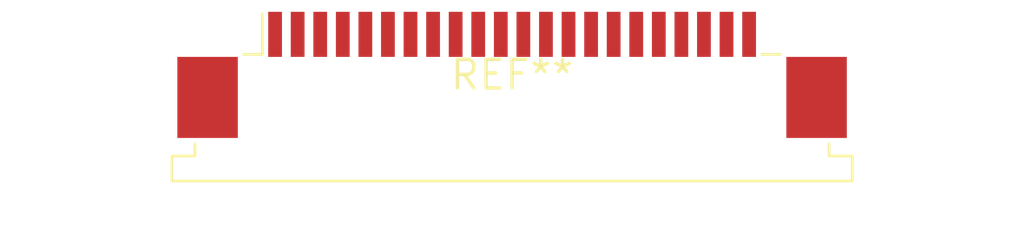
<source format=kicad_pcb>
(kicad_pcb (version 20240108) (generator pcbnew)
  (layers (0 "F.Cu" signal) (31 "B.Cu" signal) (34 "B.Paste" user) (35 "F.Paste" user) (36 "B.SilkS" user "B.Silkscreen") (37 "F.SilkS" user "F.Silkscreen") (38 "B.Mask" user) (39 "F.Mask" user) (44 "Edge.Cuts" user))
  (net 0 "")
  (footprint "TE_2-84952-2_1x22-1MP_P1.0mm_Horizontal" (layer "F.Cu") (at 0 0)
    (property "Reference" "REF**")
    (property "Value" "TE_2-84952-2_1x22-1MP_P1.0mm_Horizontal")
    (fp_line (start -15.07 3.6) (end -14.045 3.6) (layer "F.SilkS") (stroke (width 0.12)))
    (fp_line (start -15.07 4.71) (end -15.07 3.6) (layer "F.SilkS") (stroke (width 0.12)))
    (fp_line (start -14.045 3.6) (end -14.045 3.06) (layer "F.SilkS") (stroke (width 0.12)))
    (fp_line (start -11.89 -0.91) (end -11.065 -0.91) (layer "F.SilkS") (stroke (width 0.12)))
    (fp_line (start -11.065 -0.91) (end -11.065 -2.71) (layer "F.SilkS") (stroke (width 0.12)))
    (fp_line (start 11.065 -0.91) (end 11.89 -0.91) (layer "F.SilkS") (stroke (width 0.12)))
    (fp_line (start 14.045 3.06) (end 14.045 3.6) (layer "F.SilkS") (stroke (width 0.12)))
    (fp_line (start 14.045 3.6) (end 15.07 3.6) (layer "F.SilkS") (stroke (width 0.12)))
    (fp_line (start 15.07 3.6) (end 15.07 4.71) (layer "F.SilkS") (stroke (width 0.12)))
    (fp_line (start 15.07 4.71) (end -15.07 4.71) (layer "F.SilkS") (stroke (width 0.12)))
    (pad "1" smd rect (at -10.5 -1.8) (size 0.61 2) (layers "F.Cu" "F.Paste" "F.Mask"))
    (pad "2" smd rect (at -9.5 -1.8) (size 0.61 2) (layers "F.Cu" "F.Paste" "F.Mask"))
    (pad "3" smd rect (at -8.5 -1.8) (size 0.61 2) (layers "F.Cu" "F.Paste" "F.Mask"))
    (pad "4" smd rect (at -7.5 -1.8) (size 0.61 2) (layers "F.Cu" "F.Paste" "F.Mask"))
    (pad "5" smd rect (at -6.5 -1.8) (size 0.61 2) (layers "F.Cu" "F.Paste" "F.Mask"))
    (pad "6" smd rect (at -5.5 -1.8) (size 0.61 2) (layers "F.Cu" "F.Paste" "F.Mask"))
    (pad "7" smd rect (at -4.5 -1.8) (size 0.61 2) (layers "F.Cu" "F.Paste" "F.Mask"))
    (pad "8" smd rect (at -3.5 -1.8) (size 0.61 2) (layers "F.Cu" "F.Paste" "F.Mask"))
    (pad "9" smd rect (at -2.5 -1.8) (size 0.61 2) (layers "F.Cu" "F.Paste" "F.Mask"))
    (pad "10" smd rect (at -1.5 -1.8) (size 0.61 2) (layers "F.Cu" "F.Paste" "F.Mask"))
    (pad "11" smd rect (at -0.5 -1.8) (size 0.61 2) (layers "F.Cu" "F.Paste" "F.Mask"))
    (pad "12" smd rect (at 0.5 -1.8) (size 0.61 2) (layers "F.Cu" "F.Paste" "F.Mask"))
    (pad "13" smd rect (at 1.5 -1.8) (size 0.61 2) (layers "F.Cu" "F.Paste" "F.Mask"))
    (pad "14" smd rect (at 2.5 -1.8) (size 0.61 2) (layers "F.Cu" "F.Paste" "F.Mask"))
    (pad "15" smd rect (at 3.5 -1.8) (size 0.61 2) (layers "F.Cu" "F.Paste" "F.Mask"))
    (pad "16" smd rect (at 4.5 -1.8) (size 0.61 2) (layers "F.Cu" "F.Paste" "F.Mask"))
    (pad "17" smd rect (at 5.5 -1.8) (size 0.61 2) (layers "F.Cu" "F.Paste" "F.Mask"))
    (pad "18" smd rect (at 6.5 -1.8) (size 0.61 2) (layers "F.Cu" "F.Paste" "F.Mask"))
    (pad "19" smd rect (at 7.5 -1.8) (size 0.61 2) (layers "F.Cu" "F.Paste" "F.Mask"))
    (pad "20" smd rect (at 8.5 -1.8) (size 0.61 2) (layers "F.Cu" "F.Paste" "F.Mask"))
    (pad "21" smd rect (at 9.5 -1.8) (size 0.61 2) (layers "F.Cu" "F.Paste" "F.Mask"))
    (pad "22" smd rect (at 10.5 -1.8) (size 0.61 2) (layers "F.Cu" "F.Paste" "F.Mask"))
    (pad "MP" smd rect (at -13.49 1) (size 2.68 3.6) (layers "F.Cu" "F.Paste" "F.Mask"))
    (pad "MP" smd rect (at 13.49 1) (size 2.68 3.6) (layers "F.Cu" "F.Paste" "F.Mask"))
  )
)
</source>
